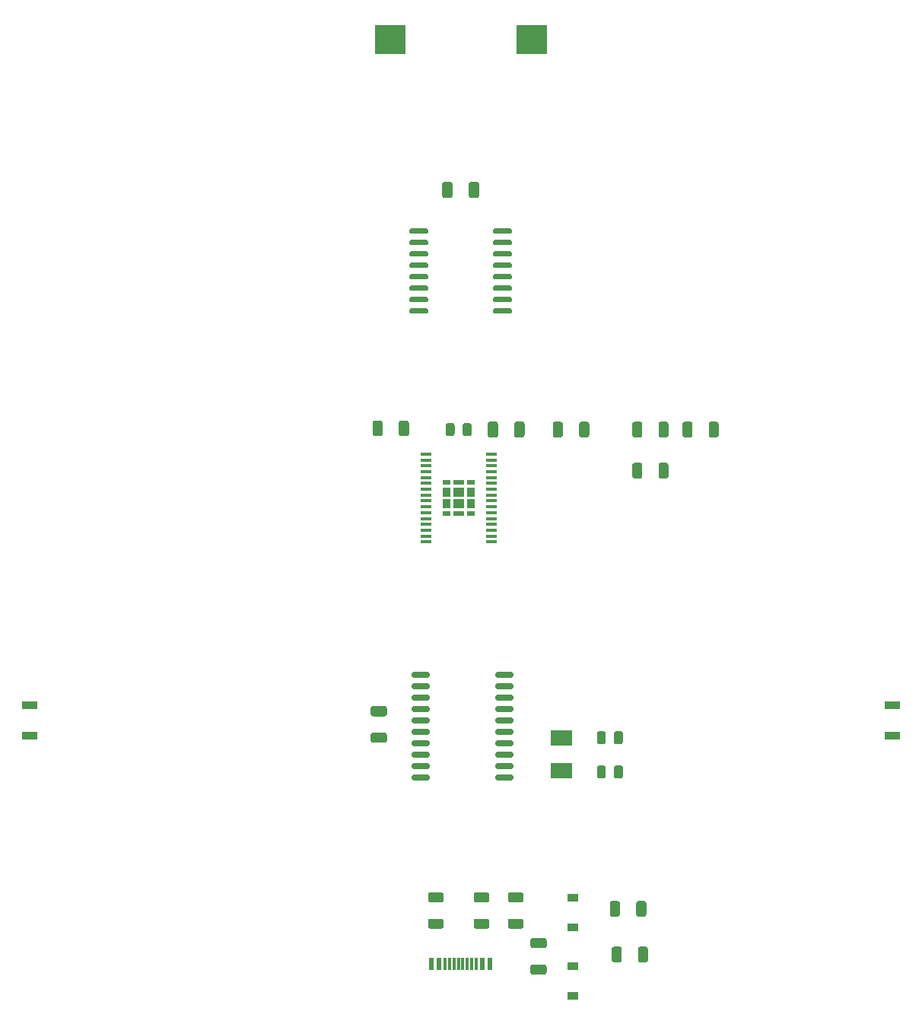
<source format=gbr>
%TF.GenerationSoftware,KiCad,Pcbnew,(5.1.9)-1*%
%TF.CreationDate,2021-11-25T20:23:30+01:00*%
%TF.ProjectId,Berlin_Uhr,4265726c-696e-45f5-9568-722e6b696361,rev?*%
%TF.SameCoordinates,Original*%
%TF.FileFunction,Paste,Top*%
%TF.FilePolarity,Positive*%
%FSLAX46Y46*%
G04 Gerber Fmt 4.6, Leading zero omitted, Abs format (unit mm)*
G04 Created by KiCad (PCBNEW (5.1.9)-1) date 2021-11-25 20:23:30*
%MOMM*%
%LPD*%
G01*
G04 APERTURE LIST*
%ADD10R,2.400000X1.700000*%
%ADD11R,0.930000X0.550000*%
%ADD12R,0.930000X1.000000*%
%ADD13R,1.200000X0.550000*%
%ADD14R,1.200000X1.000000*%
%ADD15R,1.200000X0.400000*%
%ADD16R,1.700000X0.900000*%
%ADD17R,0.600000X1.450000*%
%ADD18R,0.300000X1.450000*%
%ADD19R,1.200000X0.900000*%
%ADD20R,3.500000X3.300000*%
G04 APERTURE END LIST*
D10*
%TO.C,Y1*%
X156210000Y-121920000D03*
X156210000Y-125620000D03*
%TD*%
D11*
%TO.C,U3*%
X143415000Y-93525000D03*
X143415000Y-96975000D03*
X146145000Y-96975000D03*
X146145000Y-93525000D03*
D12*
X146145000Y-94600000D03*
X146145000Y-95900000D03*
X143415000Y-95900000D03*
X143415000Y-94600000D03*
D13*
X144780000Y-93525000D03*
X144780000Y-96975000D03*
D14*
X144780000Y-95900000D03*
X144780000Y-94600000D03*
D15*
X148430000Y-90375000D03*
X148430000Y-91025000D03*
X148430000Y-91675000D03*
X148430000Y-92325000D03*
X148430000Y-92975000D03*
X148430000Y-93625000D03*
X148430000Y-94275000D03*
X148430000Y-94925000D03*
X148430000Y-95575000D03*
X148430000Y-96225000D03*
X148430000Y-96875000D03*
X148430000Y-97525000D03*
X148430000Y-98175000D03*
X148430000Y-98825000D03*
X148430000Y-99475000D03*
X148430000Y-100125000D03*
X141130000Y-100125000D03*
X141130000Y-99475000D03*
X141130000Y-98825000D03*
X141130000Y-98175000D03*
X141130000Y-97525000D03*
X141130000Y-96875000D03*
X141130000Y-96225000D03*
X141130000Y-95575000D03*
X141130000Y-94925000D03*
X141130000Y-94275000D03*
X141130000Y-93625000D03*
X141130000Y-92975000D03*
X141130000Y-92325000D03*
X141130000Y-91675000D03*
X141130000Y-91025000D03*
X141130000Y-90375000D03*
%TD*%
%TO.C,U2*%
G36*
G01*
X148835000Y-115070000D02*
X148835000Y-114770000D01*
G75*
G02*
X148985000Y-114620000I150000J0D01*
G01*
X150735000Y-114620000D01*
G75*
G02*
X150885000Y-114770000I0J-150000D01*
G01*
X150885000Y-115070000D01*
G75*
G02*
X150735000Y-115220000I-150000J0D01*
G01*
X148985000Y-115220000D01*
G75*
G02*
X148835000Y-115070000I0J150000D01*
G01*
G37*
G36*
G01*
X148835000Y-116340000D02*
X148835000Y-116040000D01*
G75*
G02*
X148985000Y-115890000I150000J0D01*
G01*
X150735000Y-115890000D01*
G75*
G02*
X150885000Y-116040000I0J-150000D01*
G01*
X150885000Y-116340000D01*
G75*
G02*
X150735000Y-116490000I-150000J0D01*
G01*
X148985000Y-116490000D01*
G75*
G02*
X148835000Y-116340000I0J150000D01*
G01*
G37*
G36*
G01*
X148835000Y-117610000D02*
X148835000Y-117310000D01*
G75*
G02*
X148985000Y-117160000I150000J0D01*
G01*
X150735000Y-117160000D01*
G75*
G02*
X150885000Y-117310000I0J-150000D01*
G01*
X150885000Y-117610000D01*
G75*
G02*
X150735000Y-117760000I-150000J0D01*
G01*
X148985000Y-117760000D01*
G75*
G02*
X148835000Y-117610000I0J150000D01*
G01*
G37*
G36*
G01*
X148835000Y-118880000D02*
X148835000Y-118580000D01*
G75*
G02*
X148985000Y-118430000I150000J0D01*
G01*
X150735000Y-118430000D01*
G75*
G02*
X150885000Y-118580000I0J-150000D01*
G01*
X150885000Y-118880000D01*
G75*
G02*
X150735000Y-119030000I-150000J0D01*
G01*
X148985000Y-119030000D01*
G75*
G02*
X148835000Y-118880000I0J150000D01*
G01*
G37*
G36*
G01*
X148835000Y-120150000D02*
X148835000Y-119850000D01*
G75*
G02*
X148985000Y-119700000I150000J0D01*
G01*
X150735000Y-119700000D01*
G75*
G02*
X150885000Y-119850000I0J-150000D01*
G01*
X150885000Y-120150000D01*
G75*
G02*
X150735000Y-120300000I-150000J0D01*
G01*
X148985000Y-120300000D01*
G75*
G02*
X148835000Y-120150000I0J150000D01*
G01*
G37*
G36*
G01*
X148835000Y-121420000D02*
X148835000Y-121120000D01*
G75*
G02*
X148985000Y-120970000I150000J0D01*
G01*
X150735000Y-120970000D01*
G75*
G02*
X150885000Y-121120000I0J-150000D01*
G01*
X150885000Y-121420000D01*
G75*
G02*
X150735000Y-121570000I-150000J0D01*
G01*
X148985000Y-121570000D01*
G75*
G02*
X148835000Y-121420000I0J150000D01*
G01*
G37*
G36*
G01*
X148835000Y-122690000D02*
X148835000Y-122390000D01*
G75*
G02*
X148985000Y-122240000I150000J0D01*
G01*
X150735000Y-122240000D01*
G75*
G02*
X150885000Y-122390000I0J-150000D01*
G01*
X150885000Y-122690000D01*
G75*
G02*
X150735000Y-122840000I-150000J0D01*
G01*
X148985000Y-122840000D01*
G75*
G02*
X148835000Y-122690000I0J150000D01*
G01*
G37*
G36*
G01*
X148835000Y-123960000D02*
X148835000Y-123660000D01*
G75*
G02*
X148985000Y-123510000I150000J0D01*
G01*
X150735000Y-123510000D01*
G75*
G02*
X150885000Y-123660000I0J-150000D01*
G01*
X150885000Y-123960000D01*
G75*
G02*
X150735000Y-124110000I-150000J0D01*
G01*
X148985000Y-124110000D01*
G75*
G02*
X148835000Y-123960000I0J150000D01*
G01*
G37*
G36*
G01*
X148835000Y-125230000D02*
X148835000Y-124930000D01*
G75*
G02*
X148985000Y-124780000I150000J0D01*
G01*
X150735000Y-124780000D01*
G75*
G02*
X150885000Y-124930000I0J-150000D01*
G01*
X150885000Y-125230000D01*
G75*
G02*
X150735000Y-125380000I-150000J0D01*
G01*
X148985000Y-125380000D01*
G75*
G02*
X148835000Y-125230000I0J150000D01*
G01*
G37*
G36*
G01*
X148835000Y-126500000D02*
X148835000Y-126200000D01*
G75*
G02*
X148985000Y-126050000I150000J0D01*
G01*
X150735000Y-126050000D01*
G75*
G02*
X150885000Y-126200000I0J-150000D01*
G01*
X150885000Y-126500000D01*
G75*
G02*
X150735000Y-126650000I-150000J0D01*
G01*
X148985000Y-126650000D01*
G75*
G02*
X148835000Y-126500000I0J150000D01*
G01*
G37*
G36*
G01*
X139535000Y-126500000D02*
X139535000Y-126200000D01*
G75*
G02*
X139685000Y-126050000I150000J0D01*
G01*
X141435000Y-126050000D01*
G75*
G02*
X141585000Y-126200000I0J-150000D01*
G01*
X141585000Y-126500000D01*
G75*
G02*
X141435000Y-126650000I-150000J0D01*
G01*
X139685000Y-126650000D01*
G75*
G02*
X139535000Y-126500000I0J150000D01*
G01*
G37*
G36*
G01*
X139535000Y-125230000D02*
X139535000Y-124930000D01*
G75*
G02*
X139685000Y-124780000I150000J0D01*
G01*
X141435000Y-124780000D01*
G75*
G02*
X141585000Y-124930000I0J-150000D01*
G01*
X141585000Y-125230000D01*
G75*
G02*
X141435000Y-125380000I-150000J0D01*
G01*
X139685000Y-125380000D01*
G75*
G02*
X139535000Y-125230000I0J150000D01*
G01*
G37*
G36*
G01*
X139535000Y-123960000D02*
X139535000Y-123660000D01*
G75*
G02*
X139685000Y-123510000I150000J0D01*
G01*
X141435000Y-123510000D01*
G75*
G02*
X141585000Y-123660000I0J-150000D01*
G01*
X141585000Y-123960000D01*
G75*
G02*
X141435000Y-124110000I-150000J0D01*
G01*
X139685000Y-124110000D01*
G75*
G02*
X139535000Y-123960000I0J150000D01*
G01*
G37*
G36*
G01*
X139535000Y-122690000D02*
X139535000Y-122390000D01*
G75*
G02*
X139685000Y-122240000I150000J0D01*
G01*
X141435000Y-122240000D01*
G75*
G02*
X141585000Y-122390000I0J-150000D01*
G01*
X141585000Y-122690000D01*
G75*
G02*
X141435000Y-122840000I-150000J0D01*
G01*
X139685000Y-122840000D01*
G75*
G02*
X139535000Y-122690000I0J150000D01*
G01*
G37*
G36*
G01*
X139535000Y-121420000D02*
X139535000Y-121120000D01*
G75*
G02*
X139685000Y-120970000I150000J0D01*
G01*
X141435000Y-120970000D01*
G75*
G02*
X141585000Y-121120000I0J-150000D01*
G01*
X141585000Y-121420000D01*
G75*
G02*
X141435000Y-121570000I-150000J0D01*
G01*
X139685000Y-121570000D01*
G75*
G02*
X139535000Y-121420000I0J150000D01*
G01*
G37*
G36*
G01*
X139535000Y-120150000D02*
X139535000Y-119850000D01*
G75*
G02*
X139685000Y-119700000I150000J0D01*
G01*
X141435000Y-119700000D01*
G75*
G02*
X141585000Y-119850000I0J-150000D01*
G01*
X141585000Y-120150000D01*
G75*
G02*
X141435000Y-120300000I-150000J0D01*
G01*
X139685000Y-120300000D01*
G75*
G02*
X139535000Y-120150000I0J150000D01*
G01*
G37*
G36*
G01*
X139535000Y-118880000D02*
X139535000Y-118580000D01*
G75*
G02*
X139685000Y-118430000I150000J0D01*
G01*
X141435000Y-118430000D01*
G75*
G02*
X141585000Y-118580000I0J-150000D01*
G01*
X141585000Y-118880000D01*
G75*
G02*
X141435000Y-119030000I-150000J0D01*
G01*
X139685000Y-119030000D01*
G75*
G02*
X139535000Y-118880000I0J150000D01*
G01*
G37*
G36*
G01*
X139535000Y-117610000D02*
X139535000Y-117310000D01*
G75*
G02*
X139685000Y-117160000I150000J0D01*
G01*
X141435000Y-117160000D01*
G75*
G02*
X141585000Y-117310000I0J-150000D01*
G01*
X141585000Y-117610000D01*
G75*
G02*
X141435000Y-117760000I-150000J0D01*
G01*
X139685000Y-117760000D01*
G75*
G02*
X139535000Y-117610000I0J150000D01*
G01*
G37*
G36*
G01*
X139535000Y-116340000D02*
X139535000Y-116040000D01*
G75*
G02*
X139685000Y-115890000I150000J0D01*
G01*
X141435000Y-115890000D01*
G75*
G02*
X141585000Y-116040000I0J-150000D01*
G01*
X141585000Y-116340000D01*
G75*
G02*
X141435000Y-116490000I-150000J0D01*
G01*
X139685000Y-116490000D01*
G75*
G02*
X139535000Y-116340000I0J150000D01*
G01*
G37*
G36*
G01*
X139535000Y-115070000D02*
X139535000Y-114770000D01*
G75*
G02*
X139685000Y-114620000I150000J0D01*
G01*
X141435000Y-114620000D01*
G75*
G02*
X141585000Y-114770000I0J-150000D01*
G01*
X141585000Y-115070000D01*
G75*
G02*
X141435000Y-115220000I-150000J0D01*
G01*
X139685000Y-115220000D01*
G75*
G02*
X139535000Y-115070000I0J150000D01*
G01*
G37*
%TD*%
%TO.C,U1*%
G36*
G01*
X148625000Y-65705000D02*
X148625000Y-65405000D01*
G75*
G02*
X148775000Y-65255000I150000J0D01*
G01*
X150525000Y-65255000D01*
G75*
G02*
X150675000Y-65405000I0J-150000D01*
G01*
X150675000Y-65705000D01*
G75*
G02*
X150525000Y-65855000I-150000J0D01*
G01*
X148775000Y-65855000D01*
G75*
G02*
X148625000Y-65705000I0J150000D01*
G01*
G37*
G36*
G01*
X148625000Y-66975000D02*
X148625000Y-66675000D01*
G75*
G02*
X148775000Y-66525000I150000J0D01*
G01*
X150525000Y-66525000D01*
G75*
G02*
X150675000Y-66675000I0J-150000D01*
G01*
X150675000Y-66975000D01*
G75*
G02*
X150525000Y-67125000I-150000J0D01*
G01*
X148775000Y-67125000D01*
G75*
G02*
X148625000Y-66975000I0J150000D01*
G01*
G37*
G36*
G01*
X148625000Y-68245000D02*
X148625000Y-67945000D01*
G75*
G02*
X148775000Y-67795000I150000J0D01*
G01*
X150525000Y-67795000D01*
G75*
G02*
X150675000Y-67945000I0J-150000D01*
G01*
X150675000Y-68245000D01*
G75*
G02*
X150525000Y-68395000I-150000J0D01*
G01*
X148775000Y-68395000D01*
G75*
G02*
X148625000Y-68245000I0J150000D01*
G01*
G37*
G36*
G01*
X148625000Y-69515000D02*
X148625000Y-69215000D01*
G75*
G02*
X148775000Y-69065000I150000J0D01*
G01*
X150525000Y-69065000D01*
G75*
G02*
X150675000Y-69215000I0J-150000D01*
G01*
X150675000Y-69515000D01*
G75*
G02*
X150525000Y-69665000I-150000J0D01*
G01*
X148775000Y-69665000D01*
G75*
G02*
X148625000Y-69515000I0J150000D01*
G01*
G37*
G36*
G01*
X148625000Y-70785000D02*
X148625000Y-70485000D01*
G75*
G02*
X148775000Y-70335000I150000J0D01*
G01*
X150525000Y-70335000D01*
G75*
G02*
X150675000Y-70485000I0J-150000D01*
G01*
X150675000Y-70785000D01*
G75*
G02*
X150525000Y-70935000I-150000J0D01*
G01*
X148775000Y-70935000D01*
G75*
G02*
X148625000Y-70785000I0J150000D01*
G01*
G37*
G36*
G01*
X148625000Y-72055000D02*
X148625000Y-71755000D01*
G75*
G02*
X148775000Y-71605000I150000J0D01*
G01*
X150525000Y-71605000D01*
G75*
G02*
X150675000Y-71755000I0J-150000D01*
G01*
X150675000Y-72055000D01*
G75*
G02*
X150525000Y-72205000I-150000J0D01*
G01*
X148775000Y-72205000D01*
G75*
G02*
X148625000Y-72055000I0J150000D01*
G01*
G37*
G36*
G01*
X148625000Y-73325000D02*
X148625000Y-73025000D01*
G75*
G02*
X148775000Y-72875000I150000J0D01*
G01*
X150525000Y-72875000D01*
G75*
G02*
X150675000Y-73025000I0J-150000D01*
G01*
X150675000Y-73325000D01*
G75*
G02*
X150525000Y-73475000I-150000J0D01*
G01*
X148775000Y-73475000D01*
G75*
G02*
X148625000Y-73325000I0J150000D01*
G01*
G37*
G36*
G01*
X148625000Y-74595000D02*
X148625000Y-74295000D01*
G75*
G02*
X148775000Y-74145000I150000J0D01*
G01*
X150525000Y-74145000D01*
G75*
G02*
X150675000Y-74295000I0J-150000D01*
G01*
X150675000Y-74595000D01*
G75*
G02*
X150525000Y-74745000I-150000J0D01*
G01*
X148775000Y-74745000D01*
G75*
G02*
X148625000Y-74595000I0J150000D01*
G01*
G37*
G36*
G01*
X139325000Y-74595000D02*
X139325000Y-74295000D01*
G75*
G02*
X139475000Y-74145000I150000J0D01*
G01*
X141225000Y-74145000D01*
G75*
G02*
X141375000Y-74295000I0J-150000D01*
G01*
X141375000Y-74595000D01*
G75*
G02*
X141225000Y-74745000I-150000J0D01*
G01*
X139475000Y-74745000D01*
G75*
G02*
X139325000Y-74595000I0J150000D01*
G01*
G37*
G36*
G01*
X139325000Y-73325000D02*
X139325000Y-73025000D01*
G75*
G02*
X139475000Y-72875000I150000J0D01*
G01*
X141225000Y-72875000D01*
G75*
G02*
X141375000Y-73025000I0J-150000D01*
G01*
X141375000Y-73325000D01*
G75*
G02*
X141225000Y-73475000I-150000J0D01*
G01*
X139475000Y-73475000D01*
G75*
G02*
X139325000Y-73325000I0J150000D01*
G01*
G37*
G36*
G01*
X139325000Y-72055000D02*
X139325000Y-71755000D01*
G75*
G02*
X139475000Y-71605000I150000J0D01*
G01*
X141225000Y-71605000D01*
G75*
G02*
X141375000Y-71755000I0J-150000D01*
G01*
X141375000Y-72055000D01*
G75*
G02*
X141225000Y-72205000I-150000J0D01*
G01*
X139475000Y-72205000D01*
G75*
G02*
X139325000Y-72055000I0J150000D01*
G01*
G37*
G36*
G01*
X139325000Y-70785000D02*
X139325000Y-70485000D01*
G75*
G02*
X139475000Y-70335000I150000J0D01*
G01*
X141225000Y-70335000D01*
G75*
G02*
X141375000Y-70485000I0J-150000D01*
G01*
X141375000Y-70785000D01*
G75*
G02*
X141225000Y-70935000I-150000J0D01*
G01*
X139475000Y-70935000D01*
G75*
G02*
X139325000Y-70785000I0J150000D01*
G01*
G37*
G36*
G01*
X139325000Y-69515000D02*
X139325000Y-69215000D01*
G75*
G02*
X139475000Y-69065000I150000J0D01*
G01*
X141225000Y-69065000D01*
G75*
G02*
X141375000Y-69215000I0J-150000D01*
G01*
X141375000Y-69515000D01*
G75*
G02*
X141225000Y-69665000I-150000J0D01*
G01*
X139475000Y-69665000D01*
G75*
G02*
X139325000Y-69515000I0J150000D01*
G01*
G37*
G36*
G01*
X139325000Y-68245000D02*
X139325000Y-67945000D01*
G75*
G02*
X139475000Y-67795000I150000J0D01*
G01*
X141225000Y-67795000D01*
G75*
G02*
X141375000Y-67945000I0J-150000D01*
G01*
X141375000Y-68245000D01*
G75*
G02*
X141225000Y-68395000I-150000J0D01*
G01*
X139475000Y-68395000D01*
G75*
G02*
X139325000Y-68245000I0J150000D01*
G01*
G37*
G36*
G01*
X139325000Y-66975000D02*
X139325000Y-66675000D01*
G75*
G02*
X139475000Y-66525000I150000J0D01*
G01*
X141225000Y-66525000D01*
G75*
G02*
X141375000Y-66675000I0J-150000D01*
G01*
X141375000Y-66975000D01*
G75*
G02*
X141225000Y-67125000I-150000J0D01*
G01*
X139475000Y-67125000D01*
G75*
G02*
X139325000Y-66975000I0J150000D01*
G01*
G37*
G36*
G01*
X139325000Y-65705000D02*
X139325000Y-65405000D01*
G75*
G02*
X139475000Y-65255000I150000J0D01*
G01*
X141225000Y-65255000D01*
G75*
G02*
X141375000Y-65405000I0J-150000D01*
G01*
X141375000Y-65705000D01*
G75*
G02*
X141225000Y-65855000I-150000J0D01*
G01*
X139475000Y-65855000D01*
G75*
G02*
X139325000Y-65705000I0J150000D01*
G01*
G37*
%TD*%
D16*
%TO.C,SW2*%
X193040000Y-121715000D03*
X193040000Y-118315000D03*
%TD*%
%TO.C,SW1*%
X97028000Y-118315000D03*
X97028000Y-121715000D03*
%TD*%
%TO.C,R10*%
G36*
G01*
X165216000Y-91576997D02*
X165216000Y-92827003D01*
G75*
G02*
X164966003Y-93077000I-249997J0D01*
G01*
X164340997Y-93077000D01*
G75*
G02*
X164091000Y-92827003I0J249997D01*
G01*
X164091000Y-91576997D01*
G75*
G02*
X164340997Y-91327000I249997J0D01*
G01*
X164966003Y-91327000D01*
G75*
G02*
X165216000Y-91576997I0J-249997D01*
G01*
G37*
G36*
G01*
X168141000Y-91576997D02*
X168141000Y-92827003D01*
G75*
G02*
X167891003Y-93077000I-249997J0D01*
G01*
X167265997Y-93077000D01*
G75*
G02*
X167016000Y-92827003I0J249997D01*
G01*
X167016000Y-91576997D01*
G75*
G02*
X167265997Y-91327000I249997J0D01*
G01*
X167891003Y-91327000D01*
G75*
G02*
X168141000Y-91576997I0J-249997D01*
G01*
G37*
%TD*%
%TO.C,R9*%
G36*
G01*
X172604000Y-88255003D02*
X172604000Y-87004997D01*
G75*
G02*
X172853997Y-86755000I249997J0D01*
G01*
X173479003Y-86755000D01*
G75*
G02*
X173729000Y-87004997I0J-249997D01*
G01*
X173729000Y-88255003D01*
G75*
G02*
X173479003Y-88505000I-249997J0D01*
G01*
X172853997Y-88505000D01*
G75*
G02*
X172604000Y-88255003I0J249997D01*
G01*
G37*
G36*
G01*
X169679000Y-88255003D02*
X169679000Y-87004997D01*
G75*
G02*
X169928997Y-86755000I249997J0D01*
G01*
X170554003Y-86755000D01*
G75*
G02*
X170804000Y-87004997I0J-249997D01*
G01*
X170804000Y-88255003D01*
G75*
G02*
X170554003Y-88505000I-249997J0D01*
G01*
X169928997Y-88505000D01*
G75*
G02*
X169679000Y-88255003I0J249997D01*
G01*
G37*
%TD*%
%TO.C,R8*%
G36*
G01*
X165216000Y-87004997D02*
X165216000Y-88255003D01*
G75*
G02*
X164966003Y-88505000I-249997J0D01*
G01*
X164340997Y-88505000D01*
G75*
G02*
X164091000Y-88255003I0J249997D01*
G01*
X164091000Y-87004997D01*
G75*
G02*
X164340997Y-86755000I249997J0D01*
G01*
X164966003Y-86755000D01*
G75*
G02*
X165216000Y-87004997I0J-249997D01*
G01*
G37*
G36*
G01*
X168141000Y-87004997D02*
X168141000Y-88255003D01*
G75*
G02*
X167891003Y-88505000I-249997J0D01*
G01*
X167265997Y-88505000D01*
G75*
G02*
X167016000Y-88255003I0J249997D01*
G01*
X167016000Y-87004997D01*
G75*
G02*
X167265997Y-86755000I249997J0D01*
G01*
X167891003Y-86755000D01*
G75*
G02*
X168141000Y-87004997I0J-249997D01*
G01*
G37*
%TD*%
%TO.C,R7*%
G36*
G01*
X146694997Y-142062500D02*
X147945003Y-142062500D01*
G75*
G02*
X148195000Y-142312497I0J-249997D01*
G01*
X148195000Y-142937503D01*
G75*
G02*
X147945003Y-143187500I-249997J0D01*
G01*
X146694997Y-143187500D01*
G75*
G02*
X146445000Y-142937503I0J249997D01*
G01*
X146445000Y-142312497D01*
G75*
G02*
X146694997Y-142062500I249997J0D01*
G01*
G37*
G36*
G01*
X146694997Y-139137500D02*
X147945003Y-139137500D01*
G75*
G02*
X148195000Y-139387497I0J-249997D01*
G01*
X148195000Y-140012503D01*
G75*
G02*
X147945003Y-140262500I-249997J0D01*
G01*
X146694997Y-140262500D01*
G75*
G02*
X146445000Y-140012503I0J249997D01*
G01*
X146445000Y-139387497D01*
G75*
G02*
X146694997Y-139137500I249997J0D01*
G01*
G37*
%TD*%
%TO.C,R6*%
G36*
G01*
X142865003Y-140262500D02*
X141614997Y-140262500D01*
G75*
G02*
X141365000Y-140012503I0J249997D01*
G01*
X141365000Y-139387497D01*
G75*
G02*
X141614997Y-139137500I249997J0D01*
G01*
X142865003Y-139137500D01*
G75*
G02*
X143115000Y-139387497I0J-249997D01*
G01*
X143115000Y-140012503D01*
G75*
G02*
X142865003Y-140262500I-249997J0D01*
G01*
G37*
G36*
G01*
X142865003Y-143187500D02*
X141614997Y-143187500D01*
G75*
G02*
X141365000Y-142937503I0J249997D01*
G01*
X141365000Y-142312497D01*
G75*
G02*
X141614997Y-142062500I249997J0D01*
G01*
X142865003Y-142062500D01*
G75*
G02*
X143115000Y-142312497I0J-249997D01*
G01*
X143115000Y-142937503D01*
G75*
G02*
X142865003Y-143187500I-249997J0D01*
G01*
G37*
%TD*%
%TO.C,R5*%
G36*
G01*
X158187500Y-88255003D02*
X158187500Y-87004997D01*
G75*
G02*
X158437497Y-86755000I249997J0D01*
G01*
X159062503Y-86755000D01*
G75*
G02*
X159312500Y-87004997I0J-249997D01*
G01*
X159312500Y-88255003D01*
G75*
G02*
X159062503Y-88505000I-249997J0D01*
G01*
X158437497Y-88505000D01*
G75*
G02*
X158187500Y-88255003I0J249997D01*
G01*
G37*
G36*
G01*
X155262500Y-88255003D02*
X155262500Y-87004997D01*
G75*
G02*
X155512497Y-86755000I249997J0D01*
G01*
X156137503Y-86755000D01*
G75*
G02*
X156387500Y-87004997I0J-249997D01*
G01*
X156387500Y-88255003D01*
G75*
G02*
X156137503Y-88505000I-249997J0D01*
G01*
X155512497Y-88505000D01*
G75*
G02*
X155262500Y-88255003I0J249997D01*
G01*
G37*
%TD*%
%TO.C,R4*%
G36*
G01*
X138121500Y-88125003D02*
X138121500Y-86874997D01*
G75*
G02*
X138371497Y-86625000I249997J0D01*
G01*
X138996503Y-86625000D01*
G75*
G02*
X139246500Y-86874997I0J-249997D01*
G01*
X139246500Y-88125003D01*
G75*
G02*
X138996503Y-88375000I-249997J0D01*
G01*
X138371497Y-88375000D01*
G75*
G02*
X138121500Y-88125003I0J249997D01*
G01*
G37*
G36*
G01*
X135196500Y-88125003D02*
X135196500Y-86874997D01*
G75*
G02*
X135446497Y-86625000I249997J0D01*
G01*
X136071503Y-86625000D01*
G75*
G02*
X136321500Y-86874997I0J-249997D01*
G01*
X136321500Y-88125003D01*
G75*
G02*
X136071503Y-88375000I-249997J0D01*
G01*
X135446497Y-88375000D01*
G75*
G02*
X135196500Y-88125003I0J249997D01*
G01*
G37*
%TD*%
%TO.C,R3*%
G36*
G01*
X162930000Y-145424997D02*
X162930000Y-146675003D01*
G75*
G02*
X162680003Y-146925000I-249997J0D01*
G01*
X162054997Y-146925000D01*
G75*
G02*
X161805000Y-146675003I0J249997D01*
G01*
X161805000Y-145424997D01*
G75*
G02*
X162054997Y-145175000I249997J0D01*
G01*
X162680003Y-145175000D01*
G75*
G02*
X162930000Y-145424997I0J-249997D01*
G01*
G37*
G36*
G01*
X165855000Y-145424997D02*
X165855000Y-146675003D01*
G75*
G02*
X165605003Y-146925000I-249997J0D01*
G01*
X164979997Y-146925000D01*
G75*
G02*
X164730000Y-146675003I0J249997D01*
G01*
X164730000Y-145424997D01*
G75*
G02*
X164979997Y-145175000I249997J0D01*
G01*
X165605003Y-145175000D01*
G75*
G02*
X165855000Y-145424997I0J-249997D01*
G01*
G37*
%TD*%
%TO.C,R2*%
G36*
G01*
X162737500Y-140344997D02*
X162737500Y-141595003D01*
G75*
G02*
X162487503Y-141845000I-249997J0D01*
G01*
X161862497Y-141845000D01*
G75*
G02*
X161612500Y-141595003I0J249997D01*
G01*
X161612500Y-140344997D01*
G75*
G02*
X161862497Y-140095000I249997J0D01*
G01*
X162487503Y-140095000D01*
G75*
G02*
X162737500Y-140344997I0J-249997D01*
G01*
G37*
G36*
G01*
X165662500Y-140344997D02*
X165662500Y-141595003D01*
G75*
G02*
X165412503Y-141845000I-249997J0D01*
G01*
X164787497Y-141845000D01*
G75*
G02*
X164537500Y-141595003I0J249997D01*
G01*
X164537500Y-140344997D01*
G75*
G02*
X164787497Y-140095000I249997J0D01*
G01*
X165412503Y-140095000D01*
G75*
G02*
X165662500Y-140344997I0J-249997D01*
G01*
G37*
%TD*%
%TO.C,R1*%
G36*
G01*
X151755003Y-140262500D02*
X150504997Y-140262500D01*
G75*
G02*
X150255000Y-140012503I0J249997D01*
G01*
X150255000Y-139387497D01*
G75*
G02*
X150504997Y-139137500I249997J0D01*
G01*
X151755003Y-139137500D01*
G75*
G02*
X152005000Y-139387497I0J-249997D01*
G01*
X152005000Y-140012503D01*
G75*
G02*
X151755003Y-140262500I-249997J0D01*
G01*
G37*
G36*
G01*
X151755003Y-143187500D02*
X150504997Y-143187500D01*
G75*
G02*
X150255000Y-142937503I0J249997D01*
G01*
X150255000Y-142312497D01*
G75*
G02*
X150504997Y-142062500I249997J0D01*
G01*
X151755003Y-142062500D01*
G75*
G02*
X152005000Y-142312497I0J-249997D01*
G01*
X152005000Y-142937503D01*
G75*
G02*
X151755003Y-143187500I-249997J0D01*
G01*
G37*
%TD*%
D17*
%TO.C,J1*%
X148250000Y-147085000D03*
X147450000Y-147085000D03*
X142550000Y-147085000D03*
X141750000Y-147085000D03*
X141750000Y-147085000D03*
X142550000Y-147085000D03*
X147450000Y-147085000D03*
X148250000Y-147085000D03*
D18*
X143250000Y-147085000D03*
X143750000Y-147085000D03*
X144250000Y-147085000D03*
X145250000Y-147085000D03*
X145750000Y-147085000D03*
X146250000Y-147085000D03*
X146750000Y-147085000D03*
X144750000Y-147085000D03*
%TD*%
D19*
%TO.C,D2*%
X157480000Y-139700000D03*
X157480000Y-143000000D03*
%TD*%
%TO.C,D1*%
X157480000Y-150620000D03*
X157480000Y-147320000D03*
%TD*%
%TO.C,C7*%
G36*
G01*
X144330000Y-87155000D02*
X144330000Y-88105000D01*
G75*
G02*
X144080000Y-88355000I-250000J0D01*
G01*
X143580000Y-88355000D01*
G75*
G02*
X143330000Y-88105000I0J250000D01*
G01*
X143330000Y-87155000D01*
G75*
G02*
X143580000Y-86905000I250000J0D01*
G01*
X144080000Y-86905000D01*
G75*
G02*
X144330000Y-87155000I0J-250000D01*
G01*
G37*
G36*
G01*
X146230000Y-87155000D02*
X146230000Y-88105000D01*
G75*
G02*
X145980000Y-88355000I-250000J0D01*
G01*
X145480000Y-88355000D01*
G75*
G02*
X145230000Y-88105000I0J250000D01*
G01*
X145230000Y-87155000D01*
G75*
G02*
X145480000Y-86905000I250000J0D01*
G01*
X145980000Y-86905000D01*
G75*
G02*
X146230000Y-87155000I0J-250000D01*
G01*
G37*
%TD*%
%TO.C,C6*%
G36*
G01*
X162060000Y-122395000D02*
X162060000Y-121445000D01*
G75*
G02*
X162310000Y-121195000I250000J0D01*
G01*
X162810000Y-121195000D01*
G75*
G02*
X163060000Y-121445000I0J-250000D01*
G01*
X163060000Y-122395000D01*
G75*
G02*
X162810000Y-122645000I-250000J0D01*
G01*
X162310000Y-122645000D01*
G75*
G02*
X162060000Y-122395000I0J250000D01*
G01*
G37*
G36*
G01*
X160160000Y-122395000D02*
X160160000Y-121445000D01*
G75*
G02*
X160410000Y-121195000I250000J0D01*
G01*
X160910000Y-121195000D01*
G75*
G02*
X161160000Y-121445000I0J-250000D01*
G01*
X161160000Y-122395000D01*
G75*
G02*
X160910000Y-122645000I-250000J0D01*
G01*
X160410000Y-122645000D01*
G75*
G02*
X160160000Y-122395000I0J250000D01*
G01*
G37*
%TD*%
%TO.C,C5*%
G36*
G01*
X150965000Y-88280001D02*
X150965000Y-86979999D01*
G75*
G02*
X151214999Y-86730000I249999J0D01*
G01*
X151865001Y-86730000D01*
G75*
G02*
X152115000Y-86979999I0J-249999D01*
G01*
X152115000Y-88280001D01*
G75*
G02*
X151865001Y-88530000I-249999J0D01*
G01*
X151214999Y-88530000D01*
G75*
G02*
X150965000Y-88280001I0J249999D01*
G01*
G37*
G36*
G01*
X148015000Y-88280001D02*
X148015000Y-86979999D01*
G75*
G02*
X148264999Y-86730000I249999J0D01*
G01*
X148915001Y-86730000D01*
G75*
G02*
X149165000Y-86979999I0J-249999D01*
G01*
X149165000Y-88280001D01*
G75*
G02*
X148915001Y-88530000I-249999J0D01*
G01*
X148264999Y-88530000D01*
G75*
G02*
X148015000Y-88280001I0J249999D01*
G01*
G37*
%TD*%
%TO.C,C4*%
G36*
G01*
X162060000Y-126205000D02*
X162060000Y-125255000D01*
G75*
G02*
X162310000Y-125005000I250000J0D01*
G01*
X162810000Y-125005000D01*
G75*
G02*
X163060000Y-125255000I0J-250000D01*
G01*
X163060000Y-126205000D01*
G75*
G02*
X162810000Y-126455000I-250000J0D01*
G01*
X162310000Y-126455000D01*
G75*
G02*
X162060000Y-126205000I0J250000D01*
G01*
G37*
G36*
G01*
X160160000Y-126205000D02*
X160160000Y-125255000D01*
G75*
G02*
X160410000Y-125005000I250000J0D01*
G01*
X160910000Y-125005000D01*
G75*
G02*
X161160000Y-125255000I0J-250000D01*
G01*
X161160000Y-126205000D01*
G75*
G02*
X160910000Y-126455000I-250000J0D01*
G01*
X160410000Y-126455000D01*
G75*
G02*
X160160000Y-126205000I0J250000D01*
G01*
G37*
%TD*%
%TO.C,C3*%
G36*
G01*
X145900000Y-61610001D02*
X145900000Y-60309999D01*
G75*
G02*
X146149999Y-60060000I249999J0D01*
G01*
X146800001Y-60060000D01*
G75*
G02*
X147050000Y-60309999I0J-249999D01*
G01*
X147050000Y-61610001D01*
G75*
G02*
X146800001Y-61860000I-249999J0D01*
G01*
X146149999Y-61860000D01*
G75*
G02*
X145900000Y-61610001I0J249999D01*
G01*
G37*
G36*
G01*
X142950000Y-61610001D02*
X142950000Y-60309999D01*
G75*
G02*
X143199999Y-60060000I249999J0D01*
G01*
X143850001Y-60060000D01*
G75*
G02*
X144100000Y-60309999I0J-249999D01*
G01*
X144100000Y-61610001D01*
G75*
G02*
X143850001Y-61860000I-249999J0D01*
G01*
X143199999Y-61860000D01*
G75*
G02*
X142950000Y-61610001I0J249999D01*
G01*
G37*
%TD*%
%TO.C,C2*%
G36*
G01*
X135239999Y-121345000D02*
X136540001Y-121345000D01*
G75*
G02*
X136790000Y-121594999I0J-249999D01*
G01*
X136790000Y-122245001D01*
G75*
G02*
X136540001Y-122495000I-249999J0D01*
G01*
X135239999Y-122495000D01*
G75*
G02*
X134990000Y-122245001I0J249999D01*
G01*
X134990000Y-121594999D01*
G75*
G02*
X135239999Y-121345000I249999J0D01*
G01*
G37*
G36*
G01*
X135239999Y-118395000D02*
X136540001Y-118395000D01*
G75*
G02*
X136790000Y-118644999I0J-249999D01*
G01*
X136790000Y-119295001D01*
G75*
G02*
X136540001Y-119545000I-249999J0D01*
G01*
X135239999Y-119545000D01*
G75*
G02*
X134990000Y-119295001I0J249999D01*
G01*
X134990000Y-118644999D01*
G75*
G02*
X135239999Y-118395000I249999J0D01*
G01*
G37*
%TD*%
%TO.C,C1*%
G36*
G01*
X153019999Y-147155000D02*
X154320001Y-147155000D01*
G75*
G02*
X154570000Y-147404999I0J-249999D01*
G01*
X154570000Y-148055001D01*
G75*
G02*
X154320001Y-148305000I-249999J0D01*
G01*
X153019999Y-148305000D01*
G75*
G02*
X152770000Y-148055001I0J249999D01*
G01*
X152770000Y-147404999D01*
G75*
G02*
X153019999Y-147155000I249999J0D01*
G01*
G37*
G36*
G01*
X153019999Y-144205000D02*
X154320001Y-144205000D01*
G75*
G02*
X154570000Y-144454999I0J-249999D01*
G01*
X154570000Y-145105001D01*
G75*
G02*
X154320001Y-145355000I-249999J0D01*
G01*
X153019999Y-145355000D01*
G75*
G02*
X152770000Y-145105001I0J249999D01*
G01*
X152770000Y-144454999D01*
G75*
G02*
X153019999Y-144205000I249999J0D01*
G01*
G37*
%TD*%
D20*
%TO.C,BT1*%
X152934000Y-44196000D03*
X137134000Y-44196000D03*
%TD*%
M02*

</source>
